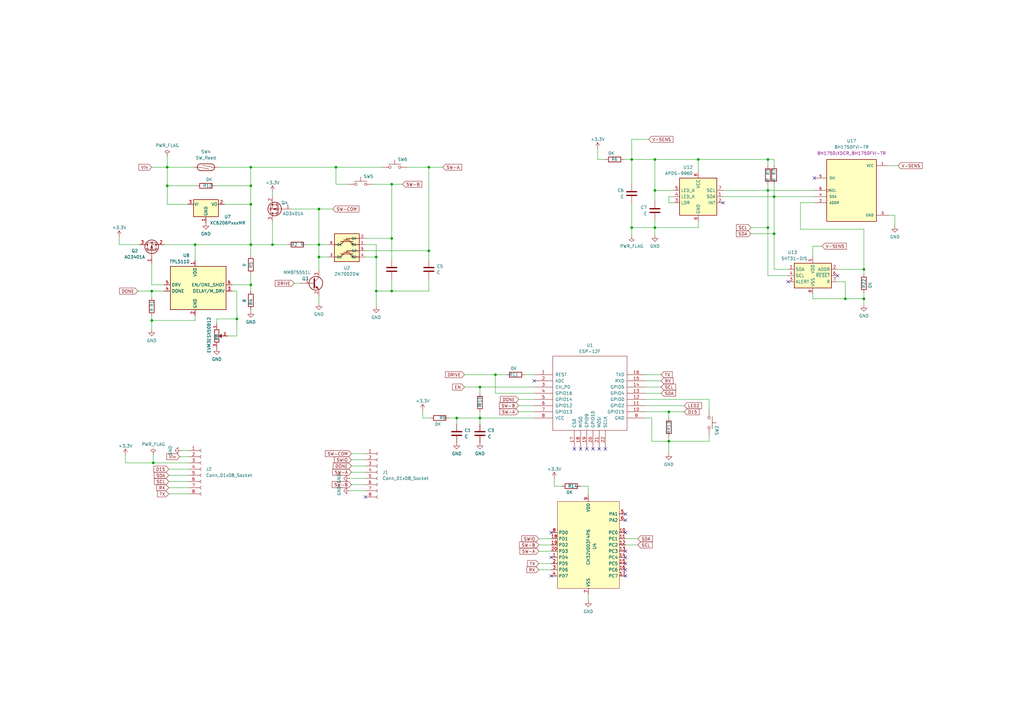
<source format=kicad_sch>
(kicad_sch (version 20230121) (generator eeschema)
  (paper "A3")
  (lib_symbols
    (symbol "2n7002:2N7002DW" (pin_names (offset 1.016))
      (property "Reference" "U" (at 0 0 0))
      (property "Value" "2N7002DW" (at 0 0 0))
      (symbol "2N7002DW_0_0"
        (rectangle (start -5.08 -4.445) (end 5.08 6.985) (stroke (width 0.254)) (fill (type background)))
        (polyline (pts (xy -2.54 -2.54) (xy -5.08 -2.54)) (stroke (width 0.254)))
        (polyline (pts (xy -2.54 -2.54) (xy -2.54 -1.905)) (stroke (width 0.254)))
        (polyline (pts (xy -2.54 -2.54) (xy -1.905 -2.54)) (stroke (width 0.254)))
        (polyline (pts (xy -2.54 -1.27) (xy -1.27 -1.27)) (stroke (width 0.254)))
        (polyline (pts (xy -2.54 2.54) (xy -5.08 2.54)) (stroke (width 0.254)))
        (polyline (pts (xy -2.54 2.54) (xy -2.54 3.175)) (stroke (width 0.254)))
        (polyline (pts (xy -2.54 2.54) (xy -1.905 2.54)) (stroke (width 0.254)))
        (polyline (pts (xy -1.27 -1.27) (xy -2.54 -2.54)) (stroke (width 0.254)))
        (polyline (pts (xy -1.27 -1.27) (xy 1.27 -1.27)) (stroke (width 0.254)))
        (polyline (pts (xy -1.27 -0.635) (xy 0 -0.635)) (stroke (width 0.254)))
        (polyline (pts (xy -1.27 3.81) (xy -2.54 2.54)) (stroke (width 0.254)))
        (polyline (pts (xy -1.27 3.81) (xy -2.54 3.81)) (stroke (width 0.254)))
        (polyline (pts (xy -1.27 4.445) (xy 0 4.445)) (stroke (width 0.254)))
        (polyline (pts (xy 0 -0.635) (xy 0 0)) (stroke (width 0.254)))
        (polyline (pts (xy 0 -0.635) (xy 1.27 -0.635)) (stroke (width 0.254)))
        (polyline (pts (xy 0 0) (xy -5.08 0)) (stroke (width 0.254)))
        (polyline (pts (xy 0 4.445) (xy 0 5.08)) (stroke (width 0.254)))
        (polyline (pts (xy 0 4.445) (xy 1.27 4.445)) (stroke (width 0.254)))
        (polyline (pts (xy 0 5.08) (xy -5.08 5.08)) (stroke (width 0.254)))
        (polyline (pts (xy 1.27 -1.27) (xy 2.54 -2.54)) (stroke (width 0.254)))
        (polyline (pts (xy 1.27 -1.27) (xy 2.54 -1.27)) (stroke (width 0.254)))
        (polyline (pts (xy 1.27 3.81) (xy -1.27 3.81)) (stroke (width 0.254)))
        (polyline (pts (xy 1.27 3.81) (xy 2.54 2.54)) (stroke (width 0.254)))
        (polyline (pts (xy 2.54 -2.54) (xy 5.08 -2.54)) (stroke (width 0.254)))
        (polyline (pts (xy 2.54 2.54) (xy 5.08 2.54)) (stroke (width 0.254)))
        (polyline (pts (xy 2.54 3.81) (xy 1.27 3.81)) (stroke (width 0.254)))
        (pin bidirectional line (at -7.62 2.54 0) (length 2.54) (name "S1") (number "1"))
        (pin bidirectional line (at -7.62 5.08 0) (length 2.54) (name "G1") (number "2"))
        (pin bidirectional line (at 7.62 -2.54 180) (length 2.54) (name "D2") (number "3"))
        (pin bidirectional line (at -7.62 -2.54 0) (length 2.54) (name "S2") (number "4"))
        (pin bidirectional line (at -7.62 0 0) (length 2.54) (name "G2") (number "5"))
        (pin bidirectional line (at 7.62 2.54 180) (length 2.54) (name "D1") (number "6"))
      )
    )
    (symbol "BH1750FVI-TR:BH1750FVI-TR" (pin_names (offset 1.016))
      (property "Reference" "U" (at -10.1737 13.462 0))
      (property "Value" "BH1750FVI-TR" (at -9.922 -15.24 0))
      (property "Footprint" "BH1750FVI-TR:XDCR_BH1750FVI-TR" (at 0 0 0))
      (symbol "BH1750FVI-TR_0_0"
        (rectangle (start -10.16 12.7) (end 10.16 -12.7) (stroke (width 0.254)) (fill (type background)))
        (pin power_in line (at 15.24 10.16 180) (length 5.08) (name "VCC") (number "1"))
        (pin input line (at -15.24 -5.08 0) (length 5.08) (name "ADDR") (number "2"))
        (pin power_in line (at 15.24 -10.16 180) (length 5.08) (name "GND") (number "3"))
        (pin bidirectional line (at -15.24 -2.54 0) (length 5.08) (name "SDA") (number "4"))
        (pin input line (at -15.24 5.08 0) (length 5.08) (name "DVI") (number "5"))
        (pin input clock (at -15.24 0 0) (length 5.08) (name "SCL") (number "6"))
      )
    )
    (symbol "Connector:Conn_01x08_Socket" (pin_names (offset 1.016) hide)
      (property "Reference" "J" (at 0 10.16 0))
      (property "Value" "Conn_01x08_Socket" (at 0 -12.7 0))
      (symbol "Conn_01x08_Socket_1_1"
        (arc (start 0 -9.652) (mid -0.5058 -10.16) (end 0 -10.668) (stroke (width 0.1524)))
        (arc (start 0 -7.112) (mid -0.5058 -7.62) (end 0 -8.128) (stroke (width 0.1524)))
        (arc (start 0 -4.572) (mid -0.5058 -5.08) (end 0 -5.588) (stroke (width 0.1524)))
        (arc (start 0 -2.032) (mid -0.5058 -2.54) (end 0 -3.048) (stroke (width 0.1524)))
        (polyline (pts (xy -1.27 -10.16) (xy -0.508 -10.16)) (stroke (width 0.1524)))
        (polyline (pts (xy -1.27 -7.62) (xy -0.508 -7.62)) (stroke (width 0.1524)))
        (polyline (pts (xy -1.27 -5.08) (xy -0.508 -5.08)) (stroke (width 0.1524)))
        (polyline (pts (xy -1.27 -2.54) (xy -0.508 -2.54)) (stroke (width 0.1524)))
        (polyline (pts (xy -1.27 0) (xy -0.508 0)) (stroke (width 0.1524)))
        (polyline (pts (xy -1.27 2.54) (xy -0.508 2.54)) (stroke (width 0.1524)))
        (polyline (pts (xy -1.27 5.08) (xy -0.508 5.08)) (stroke (width 0.1524)))
        (polyline (pts (xy -1.27 7.62) (xy -0.508 7.62)) (stroke (width 0.1524)))
        (arc (start 0 0.508) (mid -0.5058 0) (end 0 -0.508) (stroke (width 0.1524)))
        (arc (start 0 3.048) (mid -0.5058 2.54) (end 0 2.032) (stroke (width 0.1524)))
        (arc (start 0 5.588) (mid -0.5058 5.08) (end 0 4.572) (stroke (width 0.1524)))
        (arc (start 0 8.128) (mid -0.5058 7.62) (end 0 7.112) (stroke (width 0.1524)))
        (pin passive line (at -5.08 7.62 0) (length 3.81) (name "Pin_1") (number "1"))
        (pin passive line (at -5.08 5.08 0) (length 3.81) (name "Pin_2") (number "2"))
        (pin passive line (at -5.08 2.54 0) (length 3.81) (name "Pin_3") (number "3"))
        (pin passive line (at -5.08 0 0) (length 3.81) (name "Pin_4") (number "4"))
        (pin passive line (at -5.08 -2.54 0) (length 3.81) (name "Pin_5") (number "5"))
        (pin passive line (at -5.08 -5.08 0) (length 3.81) (name "Pin_6") (number "6"))
        (pin passive line (at -5.08 -7.62 0) (length 3.81) (name "Pin_7") (number "7"))
        (pin passive line (at -5.08 -10.16 0) (length 3.81) (name "Pin_8") (number "8"))
      )
    )
    (symbol "Device:C" (pin_numbers hide) (pin_names (offset 0.254))
      (property "Reference" "C" (at 0.635 2.54 0))
      (property "Value" "C" (at 0.635 -2.54 0))
      (symbol "C_0_1"
        (polyline (pts (xy -2.032 -0.762) (xy 2.032 -0.762)) (stroke (width 0.508)))
        (polyline (pts (xy -2.032 0.762) (xy 2.032 0.762)) (stroke (width 0.508)))
      )
      (symbol "C_1_1"
        (pin passive line (at 0 3.81 270) (length 2.794) (name "~") (number "1"))
        (pin passive line (at 0 -3.81 90) (length 2.794) (name "~") (number "2"))
      )
    )
    (symbol "Device:R" (pin_numbers hide) (pin_names (offset 0))
      (property "Reference" "R" (at 2.032 0 90))
      (property "Value" "R" (at 0 0 90))
      (symbol "R_0_1"
        (rectangle (start -1.016 -2.54) (end 1.016 2.54) (stroke (width 0.254)))
      )
      (symbol "R_1_1"
        (pin passive line (at 0 3.81 270) (length 1.27) (name "~") (number "1"))
        (pin passive line (at 0 -3.81 90) (length 1.27) (name "~") (number "2"))
      )
    )
    (symbol "ESP8266:ESP-12F" (pin_names (offset 1.016))
      (property "Reference" "U2" (at 0 19.685 0))
      (property "Value" "ESP-12F" (at 0 17.145 0))
      (symbol "ESP-12F_1_0"
        (rectangle (start -15.24 -15.24) (end 15.24 15.24))
      )
      (symbol "ESP-12F_1_1"
        (pin input line (at -22.86 7.62 0) (length 7.62) (name "REST") (number "1"))
        (pin bidirectional line (at 22.86 -7.62 180) (length 7.62) (name "GPIO15") (number "10"))
        (pin bidirectional line (at 22.86 -5.08 180) (length 7.62) (name "GPIO2") (number "11"))
        (pin bidirectional line (at 22.86 -2.54 180) (length 7.62) (name "GPIO0") (number "12"))
        (pin bidirectional line (at 22.86 0 180) (length 7.62) (name "GPIO4") (number "13"))
        (pin bidirectional line (at 22.86 2.54 180) (length 7.62) (name "GPIO5") (number "14"))
        (pin input line (at 22.86 5.08 180) (length 7.62) (name "RXD") (number "15"))
        (pin output line (at 22.86 7.62 180) (length 7.62) (name "TXD") (number "16"))
        (pin bidirectional line (at -6.35 -22.86 90) (length 7.62) (name "CS0") (number "17"))
        (pin bidirectional line (at -3.81 -22.86 90) (length 7.62) (name "MISO") (number "18"))
        (pin bidirectional line (at -1.27 -22.86 90) (length 7.62) (name "GPIO9") (number "19"))
        (pin passive line (at -22.86 5.08 0) (length 7.62) (name "ADC") (number "2"))
        (pin bidirectional line (at 1.27 -22.86 90) (length 7.62) (name "GPIO10") (number "20"))
        (pin bidirectional line (at 3.81 -22.86 90) (length 7.62) (name "MOSI") (number "21"))
        (pin bidirectional line (at 6.35 -22.86 90) (length 7.62) (name "SCLK") (number "22"))
        (pin input line (at -22.86 2.54 0) (length 7.62) (name "CH_PD") (number "3"))
        (pin bidirectional line (at -22.86 0 0) (length 7.62) (name "GPIO16") (number "4"))
        (pin bidirectional line (at -22.86 -2.54 0) (length 7.62) (name "GPIO14") (number "5"))
        (pin bidirectional line (at -22.86 -5.08 0) (length 7.62) (name "GPIO12") (number "6"))
        (pin bidirectional line (at -22.86 -7.62 0) (length 7.62) (name "GPIO13") (number "7"))
        (pin bidirectional line (at -22.86 -10.16 0) (length 7.62) (name "VCC") (number "8"))
        (pin bidirectional line (at 22.86 -10.16 180) (length 7.62) (name "GND") (number "9"))
      )
    )
    (symbol "EVM3ESX50B:EVM3ESX50B12" (pin_names (offset 1.016))
      (property "Reference" "R" (at 1.0173 1.2716 0))
      (property "Value" "EVM3ESX50B12" (at 1.0177 -1.2721 0))
      (symbol "EVM3ESX50B12_0_0"
        (polyline (pts (xy -2.54 -0.889) (xy 2.54 -0.889)) (stroke (width 0.254)))
        (polyline (pts (xy -2.54 0.889) (xy -2.54 -0.889)) (stroke (width 0.254)))
        (polyline (pts (xy -0.762 1.905) (xy 0.762 1.905)) (stroke (width 0.1524)))
        (polyline (pts (xy 0 1.143) (xy -0.762 1.905)) (stroke (width 0.1524)))
        (polyline (pts (xy 0 1.143) (xy 0.762 1.905)) (stroke (width 0.1524)))
        (polyline (pts (xy 2.54 -0.889) (xy 2.54 0.889)) (stroke (width 0.254)))
        (polyline (pts (xy 2.54 0.889) (xy -2.54 0.889)) (stroke (width 0.254)))
        (polyline (pts (xy -0.762 1.905) (xy 0 1.143) (xy 0.762 1.905) (xy -0.762 1.905)) (stroke (width 0.1524)) (fill (type outline)))
        (pin passive line (at -5.08 0 0) (length 2.54) (name "~") (number "1"))
        (pin passive line (at 0 4.572 270) (length 2.54) (name "~") (number "2"))
        (pin passive line (at 5.08 0 180) (length 2.54) (name "~") (number "3"))
      )
    )
    (symbol "Regulator_Linear:XC6206PxxxMR" (pin_names (offset 0.254))
      (property "Reference" "U" (at -3.81 3.175 0))
      (property "Value" "XC6206PxxxMR" (at 0 3.175 0))
      (symbol "XC6206PxxxMR_0_1"
        (rectangle (start -5.08 1.905) (end 5.08 -5.08) (stroke (width 0.254)) (fill (type background)))
      )
      (symbol "XC6206PxxxMR_1_1"
        (pin power_in line (at 0 -7.62 90) (length 2.54) (name "GND") (number "1"))
        (pin power_out line (at 7.62 0 180) (length 2.54) (name "VO") (number "2"))
        (pin power_in line (at -7.62 0 0) (length 2.54) (name "VI") (number "3"))
      )
    )
    (symbol "Sensor:APDS-9960"
      (property "Reference" "U" (at -5.08 8.89 0))
      (property "Value" "APDS-9960" (at 6.35 8.89 0))
      (symbol "APDS-9960_0_1"
        (rectangle (start -7.62 7.62) (end 7.62 -7.62) (stroke (width 0.254)) (fill (type background)))
      )
      (symbol "APDS-9960_1_1"
        (pin bidirectional line (at -10.16 0 0) (length 2.54) (name "SDA") (number "1"))
        (pin open_collector line (at -10.16 -2.54 0) (length 2.54) (name "INT") (number "2"))
        (pin passive line (at 10.16 -2.54 180) (length 2.54) (name "LDR") (number "3"))
        (pin passive line (at 10.16 0 180) (length 2.54) (name "LED_K") (number "4"))
        (pin passive line (at 10.16 2.54 180) (length 2.54) (name "LED_A") (number "5"))
        (pin power_in line (at 0 -10.16 90) (length 2.54) (name "GND") (number "6"))
        (pin input line (at -10.16 2.54 0) (length 2.54) (name "SCL") (number "7"))
        (pin power_in line (at 0 10.16 270) (length 2.54) (name "VCC") (number "8"))
      )
    )
    (symbol "Sensor_Humidity:SHT31-DIS"
      (property "Reference" "U" (at -6.35 6.35 0))
      (property "Value" "SHT31-DIS" (at 6.35 6.35 0))
      (symbol "SHT31-DIS_0_1"
        (rectangle (start -7.62 5.08) (end 7.62 -5.08) (stroke (width 0.254)) (fill (type background)))
      )
      (symbol "SHT31-DIS_1_1"
        (pin bidirectional line (at 10.16 2.54 180) (length 2.54) (name "SDA") (number "1"))
        (pin input line (at -10.16 2.54 0) (length 2.54) (name "ADDR") (number "2"))
        (pin output line (at 10.16 -2.54 180) (length 2.54) (name "ALERT") (number "3"))
        (pin input line (at 10.16 0 180) (length 2.54) (name "SCL") (number "4"))
        (pin power_in line (at 0 7.62 270) (length 2.54) (name "VDD") (number "5"))
        (pin input line (at -10.16 0 0) (length 2.54) (name "~{RESET}") (number "6"))
        (pin passive line (at -10.16 -2.54 0) (length 2.54) (name "R") (number "7"))
        (pin power_in line (at 0 -7.62 90) (length 2.54) (name "VSS") (number "8"))
        (pin passive line (at 0 -7.62 90) (length 2.54) hide (name "VSS") (number "9"))
      )
    )
    (symbol "Switch:SW_Push" (pin_numbers hide) (pin_names (offset 1.016) hide)
      (property "Reference" "SW" (at 1.27 2.54 0))
      (property "Value" "SW_Push" (at 0 -1.524 0))
      (symbol "SW_Push_0_1"
        (circle (center -2.032 0) (radius 0.508))
        (polyline (pts (xy 0 1.27) (xy 0 3.048)))
        (polyline (pts (xy 2.54 1.27) (xy -2.54 1.27)))
        (circle (center 2.032 0) (radius 0.508))
        (pin passive line (at -5.08 0 0) (length 2.54) (name "1") (number "1"))
        (pin passive line (at 5.08 0 180) (length 2.54) (name "2") (number "2"))
      )
    )
    (symbol "Switch:SW_Reed" (pin_numbers hide) (pin_names (offset 0) hide)
      (property "Reference" "SW" (at 0 2.54 0))
      (property "Value" "SW_Reed" (at 0 -2.54 0))
      (symbol "SW_Reed_0_0"
        (arc (start -2.159 1.397) (mid -3.55 0) (end -2.159 -1.397) (stroke (width 0.254)))
        (polyline (pts (xy -2.54 0) (xy 1.27 0.762)))
        (polyline (pts (xy -2.159 -1.397) (xy 2.286 -1.397)) (stroke (width 0.254)))
        (polyline (pts (xy 2.159 1.397) (xy -2.159 1.397)) (stroke (width 0.254)))
        (polyline (pts (xy 2.54 0) (xy -1.27 -0.762)))
        (arc (start 2.159 -1.397) (mid 3.55 0) (end 2.159 1.397) (stroke (width 0.254)))
      )
      (symbol "SW_Reed_1_1"
        (pin passive line (at -5.08 0 0) (length 2.54) (name "1") (number "1"))
        (pin passive line (at 5.08 0 180) (length 2.54) (name "2") (number "2"))
      )
    )
    (symbol "Timer:TPL5110"
      (property "Reference" "U8" (at 2.1941 12.065 0))
      (property "Value" "TPL5110" (at 2.1941 9.525 0))
      (symbol "TPL5110_0_1"
        (rectangle (start -12.7 7.62) (end 10.16 -10.16) (stroke (width 0.254)) (fill (type background)))
      )
      (symbol "TPL5110_1_1"
        (pin bidirectional line (at 0 10.16 270) (length 2.54) (name "VDD") (number "1"))
        (pin power_in line (at 0 -12.7 90) (length 2.54) (name "GND") (number "2"))
        (pin input line (at -15.24 -2.54 0) (length 2.54) (name "DELAY/M_DRV") (number "3"))
        (pin input line (at 12.7 -2.54 180) (length 2.54) (name "DONE") (number "4"))
        (pin output line (at 12.7 0 180) (length 2.54) (name "DRV") (number "5"))
        (pin input line (at -15.24 0 0) (length 2.54) (name "EN/ONE_SHOT") (number "6"))
      )
    )
    (symbol "Transistor_BJT:MMBT5551L" (pin_names (offset 0) hide)
      (property "Reference" "Q" (at 5.08 1.905 0))
      (property "Value" "MMBT5551L" (at 5.08 0 0))
      (symbol "MMBT5551L_0_1"
        (polyline (pts (xy 0.635 0.635) (xy 2.54 2.54)))
        (polyline (pts (xy 0.635 -0.635) (xy 2.54 -2.54) (xy 2.54 -2.54)))
        (polyline (pts (xy 0.635 1.905) (xy 0.635 -1.905) (xy 0.635 -1.905)) (stroke (width 0.508)))
        (polyline (pts (xy 1.27 -1.778) (xy 1.778 -1.27) (xy 2.286 -2.286) (xy 1.27 -1.778) (xy 1.27 -1.778)) (fill (type outline)))
        (circle (center 1.27 0) (radius 2.8194) (stroke (width 0.254)))
      )
      (symbol "MMBT5551L_1_1"
        (pin input line (at -5.08 0 0) (length 5.715) (name "B") (number "1"))
        (pin passive line (at 2.54 -5.08 90) (length 2.54) (name "E") (number "2"))
        (pin passive line (at 2.54 5.08 270) (length 2.54) (name "C") (number "3"))
      )
    )
    (symbol "Transistor_FET:AO3401A" (pin_names hide)
      (property "Reference" "Q" (at 5.08 1.905 0))
      (property "Value" "AO3401A" (at 5.08 0 0))
      (symbol "AO3401A_0_1"
        (polyline (pts (xy 0.254 0) (xy -2.54 0)))
        (polyline (pts (xy 0.254 1.905) (xy 0.254 -1.905)) (stroke (width 0.254)))
        (polyline (pts (xy 0.762 -1.27) (xy 0.762 -2.286)) (stroke (width 0.254)))
        (polyline (pts (xy 0.762 0.508) (xy 0.762 -0.508)) (stroke (width 0.254)))
        (polyline (pts (xy 0.762 2.286) (xy 0.762 1.27)) (stroke (width 0.254)))
        (polyline (pts (xy 2.54 2.54) (xy 2.54 1.778)))
        (polyline (pts (xy 2.54 -2.54) (xy 2.54 0) (xy 0.762 0)))
        (polyline (pts (xy 0.762 1.778) (xy 3.302 1.778) (xy 3.302 -1.778) (xy 0.762 -1.778)))
        (polyline (pts (xy 2.286 0) (xy 1.27 0.381) (xy 1.27 -0.381) (xy 2.286 0)) (fill (type outline)))
        (polyline (pts (xy 2.794 -0.508) (xy 2.921 -0.381) (xy 3.683 -0.381) (xy 3.81 -0.254)))
        (polyline (pts (xy 3.302 -0.381) (xy 2.921 0.254) (xy 3.683 0.254) (xy 3.302 -0.381)))
        (circle (center 1.651 0) (radius 2.794) (stroke (width 0.254)))
        (circle (center 2.54 -1.778) (radius 0.254) (fill (type outline)))
        (circle (center 2.54 1.778) (radius 0.254) (fill (type outline)))
      )
      (symbol "AO3401A_1_1"
        (pin input line (at -5.08 0 0) (length 2.54) (name "G") (number "1"))
        (pin passive line (at 2.54 -5.08 90) (length 2.54) (name "S") (number "2"))
        (pin passive line (at 2.54 5.08 270) (length 2.54) (name "D") (number "3"))
      )
    )
    (symbol "power:+3.3V" (power) (pin_names (offset 0))
      (property "Value" "+3.3V" (at 0 3.556 0))
      (symbol "+3.3V_0_1"
        (polyline (pts (xy -0.762 1.27) (xy 0 2.54)))
        (polyline (pts (xy 0 0) (xy 0 2.54)))
        (polyline (pts (xy 0 2.54) (xy 0.762 1.27)))
      )
      (symbol "+3.3V_1_1"
        (pin power_in line (at 0 0 90) (length 0) hide (name "+3.3V") (number "1"))
      )
    )
    (symbol "power:GND" (power) (pin_names (offset 0))
      (property "Value" "GND" (at 0 -3.81 0))
      (symbol "GND_0_1"
        (polyline (pts (xy 0 0) (xy 0 -1.27) (xy 1.27 -1.27) (xy 0 -2.54) (xy -1.27 -1.27) (xy 0 -1.27)))
      )
      (symbol "GND_1_1"
        (pin power_in line (at 0 0 270) (length 0) hide (name "GND") (number "1"))
      )
    )
    (symbol "power:PWR_FLAG" (power) (pin_numbers hide) (pin_names (offset 0) hide)
      (property "Value" "PWR_FLAG" (at 0 3.81 0))
      (symbol "PWR_FLAG_0_0"
        (pin power_out line (at 0 0 90) (length 0) (name "pwr") (number "1"))
      )
      (symbol "PWR_FLAG_0_1"
        (polyline (pts (xy 0 0) (xy 0 1.27) (xy -1.016 1.905) (xy 0 2.54) (xy 1.016 1.905) (xy 0 1.27)))
      )
    )
    (symbol "wch-mcu:CH32V003F4P6"
      (property "Reference" "U" (at -12.7 19.05 0))
      (property "Value" "CH32V003F4P6" (at 1.27 19.05 0))
      (symbol "CH32V003F4P6_0_1"
        (rectangle (start -12.7 17.78) (end 12.7 -17.78) (stroke (width 0.1524)) (fill (type background)))
      )
      (symbol "CH32V003F4P6_1_0"
        (pin bidirectional line (at 15.24 -10.16 180) (length 2.54) (name "PC6") (number "16"))
        (pin bidirectional line (at 15.24 -12.7 180) (length 2.54) (name "PC7") (number "17"))
        (pin bidirectional line (at -15.24 2.54 0) (length 2.54) (name "PD1") (number "18"))
        (pin bidirectional line (at -15.24 0 0) (length 2.54) (name "PD2") (number "19"))
        (pin bidirectional line (at -15.24 -2.54 0) (length 2.54) (name "PD3") (number "20"))
      )
      (symbol "CH32V003F4P6_1_1"
        (pin bidirectional line (at -15.24 -5.08 0) (length 2.54) (name "PD4") (number "1"))
        (pin bidirectional line (at 15.24 5.08 180) (length 2.54) (name "PC0") (number "10"))
        (pin bidirectional line (at 15.24 2.54 180) (length 2.54) (name "PC1") (number "11"))
        (pin bidirectional line (at 15.24 0 180) (length 2.54) (name "PC2") (number "12"))
        (pin bidirectional line (at 15.24 -2.54 180) (length 2.54) (name "PC3") (number "13"))
        (pin bidirectional line (at 15.24 -5.08 180) (length 2.54) (name "PC4") (number "14"))
        (pin bidirectional line (at 15.24 -7.62 180) (length 2.54) (name "PC5") (number "15"))
        (pin bidirectional line (at -15.24 -7.62 0) (length 2.54) (name "PD5") (number "2"))
        (pin bidirectional line (at -15.24 -10.16 0) (length 2.54) (name "PD6") (number "3"))
        (pin bidirectional line (at -15.24 -12.7 0) (length 2.54) (name "PD7") (number "4"))
        (pin bidirectional line (at 15.24 12.7 180) (length 2.54) (name "PA1") (number "5"))
        (pin bidirectional line (at 15.24 10.16 180) (length 2.54) (name "PA2") (number "6"))
        (pin bidirectional line (at 0 -20.32 90) (length 2.54) (name "VSS") (number "7"))
        (pin bidirectional line (at -15.24 5.08 0) (length 2.54) (name "PD0") (number "8"))
        (pin bidirectional line (at 0 20.32 270) (length 2.54) (name "VDD") (number "9"))
      )
    )
  )
  (junction (at 268.605 78.105))
  (junction (at 160.655 97.79))
  (junction (at 314.96 93.345))
  (junction (at 286.385 65.405))
  (junction (at 102.87 116.84))
  (junction (at 274.32 180.975))
  (junction (at 314.96 78.105))
  (junction (at 314.96 65.405))
  (junction (at 154.305 105.41))
  (junction (at 354.33 110.49))
  (junction (at 102.87 83.82))
  (junction (at 259.08 93.345))
  (junction (at 154.305 119.38))
  (junction (at 137.795 68.58))
  (junction (at 317.5 80.645))
  (junction (at 68.58 76.2))
  (junction (at 196.85 171.45))
  (junction (at 130.81 105.41))
  (junction (at 97.155 130.81))
  (junction (at 62.23 131.445))
  (junction (at 203.2 153.67))
  (junction (at 268.605 93.345))
  (junction (at 130.81 100.33))
  (junction (at 268.605 65.405))
  (junction (at 62.23 119.38))
  (junction (at 160.655 75.565))
  (junction (at 62.865 189.865))
  (junction (at 175.895 68.58))
  (junction (at 317.5 95.885))
  (junction (at 196.85 158.75))
  (junction (at 187.325 171.45))
  (junction (at 175.895 102.87))
  (junction (at 274.32 168.91))
  (junction (at 111.76 100.33))
  (junction (at 346.71 122.555))
  (junction (at 354.33 122.555))
  (junction (at 259.08 65.405))
  (junction (at 102.87 100.33))
  (junction (at 102.87 68.58))
  (junction (at 68.58 68.58))
  (junction (at 130.81 85.725))
  (junction (at 160.655 119.38))
  (junction (at 80.01 100.33))
  (junction (at 102.87 76.2))
  (no_connect (at 323.215 115.57))
  (no_connect (at 256.54 213.36))
  (no_connect (at 256.54 236.22))
  (no_connect (at 240.665 184.15))
  (no_connect (at 243.205 184.15))
  (no_connect (at 149.86 203.835))
  (no_connect (at 256.54 226.06))
  (no_connect (at 296.545 83.185))
  (no_connect (at 256.54 218.44))
  (no_connect (at 248.285 184.15))
  (no_connect (at 256.54 233.68))
  (no_connect (at 226.06 228.6))
  (no_connect (at 256.54 210.82))
  (no_connect (at 343.535 113.03))
  (no_connect (at 334.01 73.025))
  (no_connect (at 235.585 184.15))
  (no_connect (at 238.125 184.15))
  (no_connect (at 256.54 231.14))
  (no_connect (at 256.54 228.6))
  (no_connect (at 226.06 218.44))
  (no_connect (at 219.075 156.21))
  (no_connect (at 226.06 236.22))
  (no_connect (at 245.745 184.15))
  (wire (pts (xy 51.435 186.69) (xy 51.435 189.865)))
  (wire (pts (xy 226.06 220.98) (xy 220.98 220.98)))
  (wire (pts (xy 256.54 220.98) (xy 261.62 220.98)))
  (wire (pts (xy 167.005 68.58) (xy 175.895 68.58)))
  (wire (pts (xy 337.185 100.965) (xy 333.375 100.965)))
  (wire (pts (xy 264.795 153.67) (xy 271.145 153.67)))
  (wire (pts (xy 276.225 83.185) (xy 274.32 83.185)))
  (wire (pts (xy 187.325 171.45) (xy 196.85 171.45)) (stroke (width 0) (color 0 132 0 1)))
  (wire (pts (xy 256.54 223.52) (xy 261.62 223.52)))
  (wire (pts (xy 290.83 168.275) (xy 290.83 163.83)))
  (wire (pts (xy 274.32 80.645) (xy 276.225 80.645)))
  (wire (pts (xy 314.96 78.105) (xy 314.96 93.345)))
  (wire (pts (xy 102.87 127) (xy 102.87 127.635)))
  (wire (pts (xy 354.33 112.395) (xy 354.33 110.49)))
  (wire (pts (xy 190.5 158.75) (xy 196.85 158.75)) (stroke (width 0) (color 0 132 0 1)))
  (wire (pts (xy 69.215 197.485) (xy 77.47 197.485)))
  (wire (pts (xy 102.87 100.33) (xy 80.01 100.33)))
  (wire (pts (xy 111.76 100.33) (xy 118.11 100.33)))
  (wire (pts (xy 264.795 156.21) (xy 271.145 156.21)))
  (wire (pts (xy 62.23 116.84) (xy 62.23 107.95)))
  (wire (pts (xy 274.32 83.185) (xy 274.32 80.645)))
  (wire (pts (xy 290.83 178.435) (xy 290.83 180.975)))
  (wire (pts (xy 268.605 78.105) (xy 268.605 82.55)))
  (wire (pts (xy 77.47 192.405) (xy 69.215 192.405)))
  (wire (pts (xy 74.295 184.785) (xy 77.47 184.785)))
  (wire (pts (xy 149.86 100.33) (xy 154.305 100.33)))
  (wire (pts (xy 296.545 80.645) (xy 317.5 80.645)))
  (wire (pts (xy 317.5 67.945) (xy 317.5 65.405)))
  (wire (pts (xy 130.81 121.285) (xy 130.81 124.46)))
  (wire (pts (xy 149.86 198.755) (xy 144.145 198.755)))
  (wire (pts (xy 130.81 100.33) (xy 130.81 105.41)))
  (wire (pts (xy 364.49 88.265) (xy 367.03 88.265)))
  (wire (pts (xy 238.125 199.39) (xy 241.3 199.39)))
  (wire (pts (xy 286.385 90.805) (xy 286.385 93.345)))
  (wire (pts (xy 268.605 96.52) (xy 268.605 93.345)))
  (wire (pts (xy 80.01 131.445) (xy 62.23 131.445)))
  (wire (pts (xy 196.85 171.45) (xy 196.85 173.99)))
  (wire (pts (xy 160.655 119.38) (xy 175.895 119.38)))
  (wire (pts (xy 354.33 122.555) (xy 354.33 125.095)))
  (wire (pts (xy 314.96 93.345) (xy 314.96 113.03)))
  (wire (pts (xy 67.31 116.84) (xy 62.23 116.84)))
  (wire (pts (xy 68.58 76.2) (xy 80.645 76.2)))
  (wire (pts (xy 80.01 100.33) (xy 67.31 100.33)))
  (wire (pts (xy 130.81 85.725) (xy 136.525 85.725)))
  (wire (pts (xy 68.58 68.58) (xy 79.375 68.58)))
  (wire (pts (xy 102.87 68.58) (xy 137.795 68.58)))
  (wire (pts (xy 354.33 122.555) (xy 346.71 122.555)))
  (wire (pts (xy 160.655 114.3) (xy 160.655 119.38)))
  (wire (pts (xy 97.155 119.38) (xy 97.155 130.81)))
  (wire (pts (xy 274.32 180.975) (xy 274.32 186.055)))
  (wire (pts (xy 62.865 189.865) (xy 77.47 189.865)))
  (wire (pts (xy 48.895 97.155) (xy 48.895 100.33)))
  (wire (pts (xy 196.85 171.45) (xy 219.075 171.45)) (stroke (width 0) (color 0 132 0 1)))
  (wire (pts (xy 142.875 75.565) (xy 137.795 75.565)))
  (wire (pts (xy 62.23 129.54) (xy 62.23 131.445)))
  (wire (pts (xy 334.01 83.185) (xy 328.295 83.185)))
  (wire (pts (xy 266.065 57.15) (xy 259.08 57.15)))
  (wire (pts (xy 323.215 110.49) (xy 317.5 110.49)))
  (wire (pts (xy 149.86 102.87) (xy 175.895 102.87)))
  (wire (pts (xy 314.96 65.405) (xy 286.385 65.405)))
  (wire (pts (xy 317.5 95.885) (xy 317.5 110.49)))
  (wire (pts (xy 343.535 115.57) (xy 346.71 115.57)))
  (wire (pts (xy 102.87 76.2) (xy 102.87 83.82)))
  (wire (pts (xy 259.08 65.405) (xy 259.08 75.565)))
  (wire (pts (xy 190.5 153.67) (xy 203.2 153.67)))
  (wire (pts (xy 143.51 201.295) (xy 149.86 201.295)))
  (wire (pts (xy 367.03 88.265) (xy 367.03 92.71)))
  (wire (pts (xy 328.295 83.185) (xy 328.295 93.98)))
  (wire (pts (xy 286.385 65.405) (xy 268.605 65.405)))
  (wire (pts (xy 73.66 187.325) (xy 77.47 187.325)))
  (wire (pts (xy 307.975 93.345) (xy 314.96 93.345)))
  (wire (pts (xy 333.375 100.965) (xy 333.375 105.41)))
  (wire (pts (xy 154.305 100.33) (xy 154.305 105.41)))
  (wire (pts (xy 215.265 153.67) (xy 219.075 153.67)))
  (wire (pts (xy 93.472 137.795) (xy 97.155 137.795)))
  (wire (pts (xy 176.53 171.45) (xy 173.355 171.45)))
  (wire (pts (xy 354.33 110.49) (xy 343.535 110.49)))
  (wire (pts (xy 125.73 100.33) (xy 130.81 100.33)))
  (wire (pts (xy 268.605 90.17) (xy 268.605 93.345)))
  (wire (pts (xy 111.76 90.805) (xy 111.76 100.33)))
  (wire (pts (xy 102.87 112.395) (xy 102.87 116.84)))
  (wire (pts (xy 62.23 119.38) (xy 62.23 121.92)))
  (wire (pts (xy 314.96 78.105) (xy 334.01 78.105)))
  (wire (pts (xy 307.975 95.885) (xy 317.5 95.885)))
  (wire (pts (xy 149.86 188.595) (xy 144.145 188.595)))
  (wire (pts (xy 160.655 97.79) (xy 160.655 106.68)))
  (wire (pts (xy 259.08 93.345) (xy 259.08 96.52)))
  (wire (pts (xy 274.32 168.91) (xy 274.32 171.45)))
  (wire (pts (xy 95.25 116.84) (xy 102.87 116.84)))
  (wire (pts (xy 154.305 119.38) (xy 160.655 119.38)))
  (wire (pts (xy 268.605 65.405) (xy 259.08 65.405)))
  (wire (pts (xy 264.795 158.75) (xy 271.145 158.75)))
  (wire (pts (xy 296.545 78.105) (xy 314.96 78.105)))
  (wire (pts (xy 175.895 102.87) (xy 175.895 106.68)))
  (wire (pts (xy 130.81 111.125) (xy 130.81 105.41)))
  (wire (pts (xy 264.795 171.45) (xy 267.335 171.45)))
  (wire (pts (xy 154.305 105.41) (xy 149.86 105.41)))
  (wire (pts (xy 69.215 202.565) (xy 77.47 202.565)))
  (wire (pts (xy 314.96 75.565) (xy 314.96 78.105)))
  (wire (pts (xy 264.795 168.91) (xy 274.32 168.91)))
  (wire (pts (xy 354.33 120.015) (xy 354.33 122.555)))
  (wire (pts (xy 368.3 67.945) (xy 364.49 67.945)))
  (wire (pts (xy 160.655 75.565) (xy 160.655 97.79)))
  (wire (pts (xy 196.85 158.75) (xy 219.075 158.75)) (stroke (width 0) (color 0 132 0 1)))
  (wire (pts (xy 226.06 231.14) (xy 220.98 231.14)))
  (wire (pts (xy 354.33 93.98) (xy 354.33 110.49)))
  (wire (pts (xy 80.01 100.33) (xy 80.01 106.68)))
  (wire (pts (xy 149.86 186.055) (xy 144.145 186.055)))
  (wire (pts (xy 67.31 119.38) (xy 62.23 119.38)))
  (wire (pts (xy 333.375 120.65) (xy 333.375 122.555)))
  (wire (pts (xy 92.075 83.82) (xy 102.87 83.82)))
  (wire (pts (xy 226.06 233.68) (xy 220.98 233.68)))
  (wire (pts (xy 62.865 186.69) (xy 62.865 189.865)))
  (wire (pts (xy 226.06 226.06) (xy 220.98 226.06)))
  (wire (pts (xy 196.85 168.91) (xy 196.85 171.45)))
  (wire (pts (xy 268.605 93.345) (xy 259.08 93.345)))
  (wire (pts (xy 97.155 130.81) (xy 97.155 137.795)))
  (wire (pts (xy 314.96 113.03) (xy 323.215 113.03)))
  (wire (pts (xy 69.215 200.025) (xy 77.47 200.025)))
  (wire (pts (xy 317.5 80.645) (xy 334.01 80.645)))
  (wire (pts (xy 143.51 196.215) (xy 149.86 196.215)))
  (wire (pts (xy 187.325 171.45) (xy 187.325 173.99)))
  (wire (pts (xy 69.215 194.945) (xy 77.47 194.945)))
  (wire (pts (xy 111.76 78.74) (xy 111.76 80.645)))
  (wire (pts (xy 267.335 171.45) (xy 267.335 180.975)))
  (wire (pts (xy 264.795 163.83) (xy 290.83 163.83)))
  (wire (pts (xy 219.075 163.83) (xy 212.725 163.83)))
  (wire (pts (xy 317.5 80.645) (xy 317.5 95.885)))
  (wire (pts (xy 241.3 199.39) (xy 241.3 203.2)))
  (wire (pts (xy 203.2 153.67) (xy 203.2 161.29)))
  (wire (pts (xy 62.23 68.58) (xy 68.58 68.58)))
  (wire (pts (xy 119.38 85.725) (xy 130.81 85.725)))
  (wire (pts (xy 130.81 100.33) (xy 134.62 100.33)))
  (wire (pts (xy 160.655 75.565) (xy 165.1 75.565)))
  (wire (pts (xy 102.87 100.33) (xy 102.87 104.775)))
  (wire (pts (xy 153.035 75.565) (xy 160.655 75.565)))
  (wire (pts (xy 62.23 119.38) (xy 56.515 119.38)))
  (wire (pts (xy 62.23 131.445) (xy 62.23 135.255)))
  (wire (pts (xy 102.87 68.58) (xy 102.87 76.2)))
  (wire (pts (xy 88.9 132.715) (xy 88.9 130.81)))
  (wire (pts (xy 68.58 83.82) (xy 76.835 83.82)))
  (wire (pts (xy 276.225 78.105) (xy 268.605 78.105)))
  (wire (pts (xy 203.2 161.29) (xy 219.075 161.29)))
  (wire (pts (xy 274.32 168.91) (xy 280.67 168.91)))
  (wire (pts (xy 268.605 65.405) (xy 268.605 78.105)))
  (wire (pts (xy 245.11 65.405) (xy 248.285 65.405)))
  (wire (pts (xy 290.83 180.975) (xy 274.32 180.975)))
  (wire (pts (xy 274.32 180.975) (xy 267.335 180.975)))
  (wire (pts (xy 328.295 93.98) (xy 354.33 93.98)))
  (wire (pts (xy 95.25 119.38) (xy 97.155 119.38)))
  (wire (pts (xy 137.795 68.58) (xy 156.845 68.58)))
  (wire (pts (xy 346.71 122.555) (xy 333.375 122.555)))
  (wire (pts (xy 173.355 168.275) (xy 173.355 171.45)))
  (wire (pts (xy 149.86 193.675) (xy 144.145 193.675)))
  (wire (pts (xy 274.32 179.07) (xy 274.32 180.975)))
  (wire (pts (xy 264.795 166.37) (xy 280.67 166.37)))
  (wire (pts (xy 317.5 75.565) (xy 317.5 80.645)))
  (wire (pts (xy 219.075 166.37) (xy 212.725 166.37)))
  (wire (pts (xy 317.5 65.405) (xy 314.96 65.405)))
  (wire (pts (xy 286.385 65.405) (xy 286.385 70.485)))
  (wire (pts (xy 226.06 223.52) (xy 220.98 223.52)))
  (wire (pts (xy 102.87 100.33) (xy 111.76 100.33)))
  (wire (pts (xy 123.19 116.205) (xy 120.65 116.205)))
  (wire (pts (xy 241.3 243.84) (xy 241.3 246.38)))
  (wire (pts (xy 137.795 68.58) (xy 137.795 75.565)))
  (wire (pts (xy 134.62 105.41) (xy 130.81 105.41)))
  (wire (pts (xy 130.81 85.725) (xy 130.81 100.33)))
  (wire (pts (xy 346.71 115.57) (xy 346.71 122.555)))
  (wire (pts (xy 80.01 129.54) (xy 80.01 131.445)))
  (wire (pts (xy 88.265 76.2) (xy 102.87 76.2)))
  (wire (pts (xy 259.08 93.345) (xy 259.08 83.185)))
  (wire (pts (xy 286.385 93.345) (xy 268.605 93.345)))
  (wire (pts (xy 88.9 130.81) (xy 97.155 130.81)))
  (wire (pts (xy 68.58 64.135) (xy 68.58 68.58)))
  (wire (pts (xy 196.85 158.75) (xy 196.85 161.29)))
  (wire (pts (xy 230.505 199.39) (xy 227.33 199.39)))
  (wire (pts (xy 175.895 68.58) (xy 181.61 68.58)))
  (wire (pts (xy 255.905 65.405) (xy 259.08 65.405)))
  (wire (pts (xy 314.96 65.405) (xy 314.96 67.945)))
  (wire (pts (xy 102.87 116.84) (xy 102.87 119.38)))
  (wire (pts (xy 259.08 57.15) (xy 259.08 65.405)))
  (wire (pts (xy 102.87 83.82) (xy 102.87 100.33)))
  (wire (pts (xy 62.865 189.865) (xy 51.435 189.865)))
  (wire (pts (xy 68.58 76.2) (xy 68.58 83.82)))
  (wire (pts (xy 175.895 114.3) (xy 175.895 119.38)))
  (wire (pts (xy 245.11 60.96) (xy 245.11 65.405)))
  (wire (pts (xy 48.895 100.33) (xy 57.15 100.33)))
  (wire (pts (xy 89.535 68.58) (xy 102.87 68.58)))
  (wire (pts (xy 184.15 171.45) (xy 187.325 171.45)))
  (wire (pts (xy 212.725 168.91) (xy 219.075 168.91)))
  (wire (pts (xy 207.645 153.67) (xy 203.2 153.67)))
  (wire (pts (xy 154.305 119.38) (xy 154.305 125.73)))
  (wire (pts (xy 149.86 97.79) (xy 160.655 97.79)))
  (wire (pts (xy 154.305 105.41) (xy 154.305 119.38)))
  (wire (pts (xy 68.58 68.58) (xy 68.58 76.2)))
  (wire (pts (xy 227.33 196.215) (xy 227.33 199.39)))
  (wire (pts (xy 175.895 68.58) (xy 175.895 102.87)))
  (wire (pts (xy 144.145 191.135) (xy 149.86 191.135)))
  (wire (pts (xy 264.795 161.29) (xy 271.145 161.29)))
  (global_label "DRIVE" (shape input) (at 190.5 153.67 180) (property "Intersheetrefs" "${INTERSHEET_REFS}" (effects hide)))
  (global_label "V-SENS" (shape input) (at 368.3 67.945 0) (property "Intersheetrefs" "${INTERSHEET_REFS}" (effects hide)))
  (global_label "SW-A" (shape input) (at 144.145 193.675 180) (property "Intersheetrefs" "${INTERSHEET_REFS}" (effects hide)))
  (global_label "D15" (shape input) (at 69.215 192.405 180) (property "Intersheetrefs" "${INTERSHEET_REFS}" (effects hide)))
  (global_label "DRIVE" (shape input) (at 120.65 116.205 180) (property "Intersheetrefs" "${INTERSHEET_REFS}" (effects hide)))
  (global_label "SW-A" (shape input) (at 220.98 226.06 180) (property "Intersheetrefs" "${INTERSHEET_REFS}" (effects hide)))
  (global_label "SDA" (shape input) (at 307.975 95.885 180) (property "Intersheetrefs" "${INTERSHEET_REFS}" (effects hide)))
  (global_label "TX" (shape input) (at 69.215 202.565 180) (property "Intersheetrefs" "${INTERSHEET_REFS}" (effects hide)))
  (global_label "SW-COM" (shape input) (at 136.525 85.725 0) (property "Intersheetrefs" "${INTERSHEET_REFS}" (effects hide)))
  (global_label "SW-B" (shape input) (at 220.98 223.52 180) (property "Intersheetrefs" "${INTERSHEET_REFS}" (effects hide)))
  (global_label "SDA" (shape input) (at 261.62 220.98 0) (property "Intersheetrefs" "${INTERSHEET_REFS}" (effects hide)))
  (global_label "RX" (shape input) (at 69.215 200.025 180) (property "Intersheetrefs" "${INTERSHEET_REFS}" (effects hide)))
  (global_label "SDA" (shape input) (at 271.145 161.29 0) (property "Intersheetrefs" "${INTERSHEET_REFS}" (effects hide)))
  (global_label "SW-A" (shape input) (at 181.61 68.58 0) (property "Intersheetrefs" "${INTERSHEET_REFS}" (effects hide)))
  (global_label "V-SENS" (shape input) (at 266.065 57.15 0) (property "Intersheetrefs" "${INTERSHEET_REFS}" (effects hide)))
  (global_label "EN" (shape input) (at 190.5 158.75 180) (property "Intersheetrefs" "${INTERSHEET_REFS}" (effects hide)))
  (global_label "V-SENS" (shape input) (at 337.185 100.965 0) (property "Intersheetrefs" "${INTERSHEET_REFS}" (effects hide)))
  (global_label "LED2" (shape input) (at 280.67 166.37 0) (property "Intersheetrefs" "${INTERSHEET_REFS}" (effects hide)))
  (global_label "SWIO" (shape input) (at 220.98 220.98 180) (property "Intersheetrefs" "${INTERSHEET_REFS}" (effects hide)))
  (global_label "SCL" (shape input) (at 271.145 158.75 0) (property "Intersheetrefs" "${INTERSHEET_REFS}" (effects hide)))
  (global_label "SCL" (shape input) (at 69.215 197.485 180) (property "Intersheetrefs" "${INTERSHEET_REFS}" (effects hide)))
  (global_label "TX" (shape input) (at 271.145 153.67 0) (property "Intersheetrefs" "${INTERSHEET_REFS}" (effects hide)))
  (global_label "SDA" (shape input) (at 69.215 194.945 180) (property "Intersheetrefs" "${INTERSHEET_REFS}" (effects hide)))
  (global_label "SW-A" (shape input) (at 212.725 168.91 180) (property "Intersheetrefs" "${INTERSHEET_REFS}" (effects hide)))
  (global_label "SW-B" (shape input) (at 144.145 198.755 180) (property "Intersheetrefs" "${INTERSHEET_REFS}" (effects hide)))
  (global_label "TX" (shape input) (at 220.98 231.14 180) (property "Intersheetrefs" "${INTERSHEET_REFS}" (effects hide)))
  (global_label "SWIO" (shape input) (at 144.145 188.595 180) (property "Intersheetrefs" "${INTERSHEET_REFS}" (effects hide)))
  (global_label "SCL" (shape input) (at 261.62 223.52 0) (property "Intersheetrefs" "${INTERSHEET_REFS}" (effects hide)))
  (global_label "SCL" (shape input) (at 307.975 93.345 180) (property "Intersheetrefs" "${INTERSHEET_REFS}" (effects hide)))
  (global_label "SW-B" (shape input) (at 212.725 166.37 180) (property "Intersheetrefs" "${INTERSHEET_REFS}" (effects hide)))
  (global_label "Vin" (shape input) (at 73.66 187.325 180) (property "Intersheetrefs" "${INTERSHEET_REFS}" (effects hide)))
  (global_label "DONE" (shape input) (at 56.515 119.38 180) (property "Intersheetrefs" "${INTERSHEET_REFS}" (effects hide)))
  (global_label "DONE" (shape input) (at 212.725 163.83 180) (property "Intersheetrefs" "${INTERSHEET_REFS}" (effects hide)))
  (global_label "D15" (shape input) (at 280.67 168.91 0) (property "Intersheetrefs" "${INTERSHEET_REFS}" (effects hide)))
  (global_label "DONE" (shape input) (at 144.145 191.135 180) (property "Intersheetrefs" "${INTERSHEET_REFS}" (effects hide)))
  (global_label "SW-COM" (shape input) (at 144.145 186.055 180) (property "Intersheetrefs" "${INTERSHEET_REFS}" (effects hide)))
  (global_label "SW-B" (shape input) (at 165.1 75.565 0) (property "Intersheetrefs" "${INTERSHEET_REFS}" (effects hide)))
  (global_label "RX" (shape input) (at 271.145 156.21 0) (property "Intersheetrefs" "${INTERSHEET_REFS}" (effects hide)))
  (global_label "RX" (shape input) (at 220.98 233.68 180) (property "Intersheetrefs" "${INTERSHEET_REFS}" (effects hide)))
  (global_label "Vin" (shape input) (at 62.23 68.58 180) (property "Intersheetrefs" "${INTERSHEET_REFS}" (effects hide)))
  (symbol (lib_id "Device:R") (at 62.23 125.73 180) (unit 1)
    (property "Reference" "R1" (at 62.23 123.19 90) (effects (justify left)))
    (property "Value" "R" (at 62.23 126.365 90) (effects (justify left)))
    (property "Footprint" "Resistor_SMD:R_0603_1608Metric" (effects hide))
  )
  (symbol (lib_id "power:GND") (at 84.455 91.44 0) (mirror y) (unit 1)
    (property "Reference" "#PWR021" (effects hide))
    (property "Value" "GND" (at 84.455 95.885 0))
  )
  (symbol (lib_id "Device:R") (at 234.315 199.39 90) (unit 1)
    (property "Reference" "R14" (at 236.855 199.39 90) (effects (justify left)))
    (property "Value" "0K" (at 234.95 201.93 90) (effects (justify left)))
    (property "Footprint" "Resistor_SMD:R_0603_1608Metric" (effects hide))
  )
  (symbol (lib_id "Device:R") (at 211.455 153.67 90) (unit 1)
    (property "Reference" "R11" (at 212.725 153.67 90) (effects (justify left)))
    (property "Value" "0K" (at 212.09 151.13 90) (effects (justify left)))
    (property "Footprint" "Resistor_SMD:R_0603_1608Metric" (effects hide))
  )
  (symbol (lib_id "Timer:TPL5110") (at 80.01 116.84 0) (mirror y) (unit 1)
    (property "Reference" "U8" (at 77.8159 104.775 0) (effects (justify left)))
    (property "Value" "TPL5110" (at 77.8159 107.315 0) (effects (justify left)))
    (property "Footprint" "Package_TO_SOT_SMD:SOT-23-6" (effects hide))
    (property "Datasheet" "http://www.ti.com/lit/ds/symlink/tpl5110.pdf" (effects hide))
  )
  (symbol (lib_id "ESP8266:ESP-12F") (at 241.935 161.29 0) (unit 1)
    (property "Reference" "U1" (at 241.935 141.605 0))
    (property "Value" "ESP-12F" (at 241.935 144.145 0))
    (property "Footprint" "A_SensorNode:ESP12_SMD" (effects hide))
    (property "Datasheet" "http://l0l.org.uk/2014/12/esp8266-modules-hardware-guide-gotta-catch-em-all/" (effects hide))
  )
  (symbol (lib_id "power:PWR_FLAG") (at 68.58 64.135 0) (unit 1)
    (property "Reference" "#FLG03" (effects hide))
    (property "Value" "PWR_FLAG" (at 68.58 59.69 0))
  )
  (symbol (lib_id "power:GND") (at 102.87 127.635 0) (unit 1)
    (property "Reference" "#PWR05" (effects hide))
    (property "Value" "GND" (at 102.87 132.08 0))
  )
  (symbol (lib_id "Device:R") (at 196.85 165.1 0) (mirror x) (unit 1)
    (property "Reference" "R10" (at 196.85 162.56 90) (effects (justify left)))
    (property "Value" "R" (at 196.85 165.735 90) (effects (justify left)))
    (property "Footprint" "Resistor_SMD:R_0603_1608Metric" (effects hide))
  )
  (symbol (lib_id "EVM3ESX50B:EVM3ESX50B12") (at 88.9 137.795 270) (unit 1)
    (property "Reference" "R8" (at 88.9 139.7 0) (effects (justify right)))
    (property "Value" "EVM3ESX50B12" (at 85.725 144.78 0) (effects (justify right)))
    (property "Footprint" "EVM3ES:EMV3ESX50B12" (effects hide))
    (property "MF" "Panasonic" (effects hide))
    (property "Description" "\nRes Cermet Trimmer 100 Ohm 25% 3/20W 1(Elec)/1(Mech)Turns (3.1 x 3.8 x 1.62mm) Foot Print SMD T/R\n" (effects hide))
    (property "Package" "None" (effects hide))
    (property "Price" "None" (effects hide))
    (property "SnapEDA_Link" "https://www.snapeda.com/parts/EVM3ESX50B12/Panasonic/view-part/?ref=snap" (effects hide))
    (property "MP" "EVM3ESX50B12" (effects hide))
    (property "Availability" "Not in stock" (effects hide))
    (property "Check_prices" "https://www.snapeda.com/parts/EVM3ESX50B12/Panasonic/view-part/?ref=eda" (effects hide))
  )
  (symbol (lib_id "Switch:SW_Push") (at 147.955 75.565 0) (mirror y) (unit 1)
    (property "Reference" "SW5" (at 151.13 72.39 0))
    (property "Value" "SW_Push" (effects hide))
    (property "Footprint" "Button_Switch_SMD:SW_SPST_PTS810" (effects hide))
  )
  (symbol (lib_id "Sensor:APDS-9960") (at 286.385 80.645 0) (mirror y) (unit 1)
    (property "Reference" "U12" (at 284.1909 68.58 0) (effects (justify left)))
    (property "Value" "APDS-9960" (at 284.1909 71.12 0) (effects (justify left)))
    (property "Footprint" "Sensor:Avago_APDS-9960" (effects hide))
    (property "Datasheet" "https://docs.broadcom.com/doc/AV02-4191EN" (effects hide))
  )
  (symbol (lib_id "power:GND") (at 268.605 96.52 0) (unit 1)
    (property "Reference" "#PWR024" (effects hide))
    (property "Value" "GND" (at 268.605 100.965 0))
  )
  (symbol (lib_id "Device:C") (at 187.325 177.8 0) (unit 1)
    (property "Reference" "C1" (at 190.5 176.53 0) (effects (justify left)))
    (property "Value" "C" (at 190.5 179.07 0) (effects (justify left)))
    (property "Footprint" "Capacitor_SMD:C_0603_1608Metric" (effects hide))
  )
  (symbol (lib_id "Device:R") (at 102.87 108.585 0) (mirror x) (unit 1)
    (property "Reference" "R5" (at 102.87 107.315 90) (effects (justify left)))
    (property "Value" "R" (at 100.33 107.95 90) (effects (justify left)))
    (property "Footprint" "Resistor_SMD:R_0603_1608Metric" (effects hide))
  )
  (symbol (lib_id "Device:C") (at 268.605 86.36 0) (mirror y) (unit 1)
    (property "Reference" "C7" (at 265.43 85.09 0) (effects (justify left)))
    (property "Value" "C" (at 265.43 87.63 0) (effects (justify left)))
    (property "Footprint" "Capacitor_SMD:C_0603_1608Metric" (effects hide))
  )
  (symbol (lib_id "Device:R") (at 314.96 71.755 180) (unit 1)
    (property "Reference" "R3" (at 314.96 69.215 90) (effects (justify left)))
    (property "Value" "R" (at 314.96 73.025 90) (effects (justify left)))
    (property "Footprint" "Resistor_SMD:R_0603_1608Metric" (effects hide))
  )
  (symbol (lib_id "Connector:Conn_01x08_Socket") (at 154.94 193.675 0) (unit 1)
    (property "Reference" "J1" (at 156.845 193.675 0) (effects (justify left)))
    (property "Value" "Conn_01x08_Socket" (at 156.845 196.215 0) (effects (justify left)))
    (property "Footprint" "Connector_PinSocket_2.54mm:PinSocket_1x08_P2.54mm_Vertical" (effects hide))
  )
  (symbol (lib_id "power:PWR_FLAG") (at 62.865 186.69 0) (mirror y) (unit 1)
    (property "Reference" "#FLG04" (effects hide))
    (property "Value" "PWR_FLAG" (at 62.865 182.245 0))
  )
  (symbol (lib_id "power:GND") (at 74.295 184.785 270) (mirror x) (unit 1)
    (property "Reference" "#PWR011" (effects hide))
    (property "Value" "GND" (at 69.85 184.785 0))
  )
  (symbol (lib_id "power:GND") (at 187.325 181.61 0) (unit 1)
    (property "Reference" "#PWR09" (effects hide))
    (property "Value" "GND" (at 187.325 186.055 0))
  )
  (symbol (lib_id "Device:C") (at 259.08 79.375 0) (mirror y) (unit 1)
    (property "Reference" "C6" (at 255.905 78.105 0) (effects (justify left)))
    (property "Value" "C" (at 255.905 80.645 0) (effects (justify left)))
    (property "Footprint" "Capacitor_SMD:C_0603_1608Metric" (effects hide))
  )
  (symbol (lib_id "Device:R") (at 102.87 123.19 180) (unit 1)
    (property "Reference" "R4" (at 102.87 122.555 90) (effects (justify left)))
    (property "Value" "R" (at 100.33 122.555 90) (effects (justify left)))
    (property "Footprint" "Resistor_SMD:R_0603_1608Metric" (effects hide))
  )
  (symbol (lib_id "Connector:Conn_01x08_Socket") (at 82.55 192.405 0) (unit 1)
    (property "Reference" "J2" (at 84.455 192.405 0) (effects (justify left)))
    (property "Value" "Conn_01x08_Socket" (at 84.455 194.945 0) (effects (justify left)))
    (property "Footprint" "Connector_PinSocket_2.54mm:PinSocket_1x08_P2.54mm_Vertical" (effects hide))
  )
  (symbol (lib_id "power:GND") (at 143.51 196.215 270) (mirror x) (unit 1)
    (property "Reference" "#PWR07" (effects hide))
    (property "Value" "GND" (at 139.065 196.215 0))
  )
  (symbol (lib_id "Device:R") (at 252.095 65.405 90) (mirror x) (unit 1)
    (property "Reference" "R6" (at 253.365 65.405 90) (effects (justify left)))
    (property "Value" "0K" (at 252.095 62.865 90) (effects (justify left)))
    (property "Footprint" "Resistor_SMD:R_0603_1608Metric" (effects hide))
  )
  (symbol (lib_id "Device:C") (at 196.85 177.8 0) (unit 1)
    (property "Reference" "C3" (at 200.025 176.53 0) (effects (justify left)))
    (property "Value" "C" (at 200.025 179.07 0) (effects (justify left)))
    (property "Footprint" "Capacitor_SMD:C_0603_1608Metric" (effects hide))
  )
  (symbol (lib_id "power:GND") (at 88.9 142.875 0) (mirror y) (unit 1)
    (property "Reference" "#PWR023" (effects hide))
    (property "Value" "GND" (at 88.9 147.32 0))
  )
  (symbol (lib_id "Device:R") (at 84.455 76.2 270) (unit 1)
    (property "Reference" "R12" (at 83.185 76.2 90) (effects (justify left)))
    (property "Value" "0K" (at 84.455 73.66 90) (effects (justify left)))
    (property "Footprint" "Resistor_SMD:R_0603_1608Metric" (effects hide))
  )
  (symbol (lib_id "Switch:SW_Push") (at 161.925 68.58 0) (mirror y) (unit 1)
    (property "Reference" "SW6" (at 165.1 65.405 0))
    (property "Value" "SW_Push" (effects hide))
    (property "Footprint" "Button_Switch_SMD:SW_SPST_PTS810" (effects hide))
  )
  (symbol (lib_id "Device:R") (at 121.92 100.33 270) (unit 1)
    (property "Reference" "R2" (at 119.38 100.33 90) (effects (justify left)))
    (property "Value" "R" (at 123.19 100.33 90) (effects (justify left)))
    (property "Footprint" "Resistor_SMD:R_0603_1608Metric" (effects hide))
  )
  (symbol (lib_id "Device:R") (at 180.34 171.45 90) (unit 1)
    (property "Reference" "R9" (at 182.88 171.45 90) (effects (justify left)))
    (property "Value" "0K" (at 180.975 173.99 90) (effects (justify left)))
    (property "Footprint" "Resistor_SMD:R_0603_1608Metric" (effects hide))
  )
  (symbol (lib_id "power:+3.3V") (at 227.33 196.215 0) (unit 1)
    (property "Reference" "#PWR017" (effects hide))
    (property "Value" "+3.3V" (at 227.33 192.405 0))
  )
  (symbol (lib_id "power:GND") (at 354.33 125.095 0) (unit 1)
    (property "Reference" "#PWR033" (effects hide))
    (property "Value" "GND" (at 354.33 129.54 0))
  )
  (symbol (lib_id "power:+3.3V") (at 48.895 97.155 0) (mirror y) (unit 1)
    (property "Reference" "#PWR04" (effects hide))
    (property "Value" "+3.3V" (at 48.895 93.345 0))
  )
  (symbol (lib_id "BH1750FVI-TR:BH1750FVI-TR") (at 349.25 78.105 0) (unit 1)
    (property "Reference" "U17" (at 349.25 57.785 0))
    (property "Value" "BH1750FVI-TR" (at 349.25 60.325 0))
    (property "Footprint" "BH1750:XDCR_BH1750FVI-TR" (at 349.25 62.865 0))
    (property "MF" "Rohm" (effects hide))
    (property "MAXIMUM_PACKAGE_HEIGHT" "0.75mm" (effects hide))
    (property "Package" "SMD-6 ROHM Semiconductor" (effects hide))
    (property "Price" "None" (effects hide))
    (property "Check_prices" "https://www.snapeda.com/parts/BH1750FVI-TR/Rohm/view-part/?ref=eda" (effects hide))
    (property "STANDARD" "Manufacturer recommendations" (effects hide))
    (property "PARTREV" "D" (effects hide))
    (property "SnapEDA_Link" "https://www.snapeda.com/parts/BH1750FVI-TR/Rohm/view-part/?ref=snap" (effects hide))
    (property "MP" "BH1750FVI-TR" (effects hide))
    (property "Purchase-URL" "https://www.snapeda.com/api/url_track_click_mouser/?unipart_id=106507&manufacturer=Rohm&part_name=BH1750FVI-TR&search_term=None" (effects hide))
    (property "Description" "\nOptical Sensor Ambient 560nm I²C 6-SMD, Flat Lead Exposed Pad\n" (effects hide))
    (property "Availability" "In Stock" (effects hide))
    (property "MANUFACTURER" "Rohm" (effects hide))
  )
  (symbol (lib_id "power:GND") (at 241.3 246.38 0) (unit 1)
    (property "Reference" "#PWR014" (effects hide))
    (property "Value" "GND" (at 241.3 250.825 0))
  )
  (symbol (lib_id "power:+3.3V") (at 173.355 168.275 0) (unit 1)
    (property "Reference" "#PWR08" (effects hide))
    (property "Value" "+3.3V" (at 173.355 164.465 0))
  )
  (symbol (lib_id "Device:R") (at 317.5 71.755 180) (unit 1)
    (property "Reference" "R7" (at 317.5 69.215 90) (effects (justify left)))
    (property "Value" "R" (at 317.5 73.025 90) (effects (justify left)))
    (property "Footprint" "Resistor_SMD:R_0603_1608Metric" (effects hide))
  )
  (symbol (lib_id "power:GND") (at 130.81 124.46 0) (unit 1)
    (property "Reference" "#PWR01" (effects hide))
    (property "Value" "GND" (at 130.81 128.905 0))
  )
  (symbol (lib_id "Transistor_FET:AO3401A") (at 62.23 102.87 90) (unit 1)
    (property "Reference" "Q2" (at 55.245 102.87 90))
    (property "Value" "AO3401A" (at 55.245 105.41 90))
    (property "Footprint" "Package_TO_SOT_SMD:SOT-23" (effects hide))
    (property "Datasheet" "http://www.aosmd.com/pdfs/datasheet/AO3401A.pdf" (effects hide))
  )
  (symbol (lib_id "Switch:SW_Push") (at 290.83 173.355 270) (mirror x) (unit 1)
    (property "Reference" "SW2" (at 294.005 176.53 0))
    (property "Value" "SW_Push" (effects hide))
    (property "Footprint" "Button_Switch_SMD:SW_SPST_PTS810" (effects hide))
  )
  (symbol (lib_id "power:GND") (at 274.32 186.055 0) (unit 1)
    (property "Reference" "#PWR015" (effects hide))
    (property "Value" "GND" (at 274.32 190.5 0))
  )
  (symbol (lib_id "Sensor_Humidity:SHT31-DIS") (at 333.375 113.03 0) (mirror y) (unit 1)
    (property "Reference" "U13" (at 327.025 103.505 0) (effects (justify left)))
    (property "Value" "SHT31-DIS" (at 331.1809 106.045 0) (effects (justify left)))
    (property "Footprint" "Sensor_Humidity:Sensirion_DFN-8-1EP_2.5x2.5mm_P0.5mm_EP1.1x1.7mm" (effects hide))
    (property "Datasheet" "https://www.sensirion.com/fileadmin/user_upload/customers/sensirion/Dokumente/2_Humidity_Sensors/Datasheets/Sensirion_Humidity_Sensors_SHT3x_Datasheet_digital.pdf" (effects hide))
  )
  (symbol (lib_id "power:GND") (at 62.23 135.255 0) (unit 1)
    (property "Reference" "#PWR06" (effects hide))
    (property "Value" "GND" (at 62.23 139.7 0))
  )
  (symbol (lib_id "Switch:SW_Reed") (at 84.455 68.58 0) (mirror y) (unit 1)
    (property "Reference" "SW4" (at 84.455 62.23 0))
    (property "Value" "SW_Reed" (at 84.455 64.77 0))
    (property "Footprint" "Button_Switch_SMD:SW_SPST_REED_CT10-XXXX-G1" (effects hide))
  )
  (symbol (lib_id "Transistor_FET:AO3401A") (at 114.3 85.725 180) (unit 1)
    (property "Reference" "Q4" (at 118.11 83.185 0) (effects (justify left)))
    (property "Value" "AO3401A" (at 124.46 87.63 0) (effects (justify left)))
    (property "Footprint" "Package_TO_SOT_SMD:SOT-23" (effects hide))
    (property "Datasheet" "http://www.aosmd.com/pdfs/datasheet/AO3401A.pdf" (effects hide))
  )
  (symbol (lib_id "power:GND") (at 143.51 201.295 270) (mirror x) (unit 1)
    (property "Reference" "#PWR03" (effects hide))
    (property "Value" "GND" (at 139.065 201.295 0))
  )
  (symbol (lib_id "Device:C") (at 175.895 110.49 0) (unit 1)
    (property "Reference" "C5" (at 179.07 109.22 0) (effects (justify left)))
    (property "Value" "C" (at 179.07 111.76 0) (effects (justify left)))
    (property "Footprint" "Capacitor_SMD:C_0603_1608Metric" (effects hide))
  )
  (symbol (lib_id "wch-mcu:CH32V003F4P6") (at 241.3 223.52 0) (unit 1)
    (property "Reference" "U4" (at 243.84 225.425 90) (effects (justify left)))
    (property "Value" "CH32V003F4P6" (at 241.3 231.775 90) (effects (justify left)))
    (property "Footprint" "Package_SO:TSSOP-20_4.4x6.5mm_P0.65mm" (effects hide))
    (property "Datasheet" "https://datasheet.lcsc.com/lcsc/2302231730_WCH-Jiangsu-Qin-Heng-CH32V003F4U6_C5299908.pdf" (effects hide))
  )
  (symbol (lib_id "2n7002:2N7002DW") (at 142.24 102.87 0) (mirror y) (unit 1)
    (property "Reference" "U2" (at 142.24 109.855 0))
    (property "Value" "2N7002DW" (at 142.24 112.395 0))
    (property "Footprint" "2n7002:SOT363" (effects hide))
    (property "MF" "ON Semiconductor" (effects hide))
    (property "Description" "\nMosfet Array 2 N-Channel (Dual) 60V 115mA (Ta) 200mW (Ta) Surface Mount SC-88/SC70-6/SOT-363\n" (effects hide))
    (property "Package" "SC-88-6 ON Semiconductor" (effects hide))
    (property "Price" "None" (effects hide))
    (property "SnapEDA_Link" "https://www.snapeda.com/parts/2N7002DW/Onsemi/view-part/?ref=snap" (effects hide))
    (property "MP" "2N7002DW" (effects hide))
    (property "Purchase-URL" "https://www.snapeda.com/api/url_track_click_mouser/?unipart_id=661&manufacturer=ON Semiconductor&part_name=2N7002DW&search_term=None" (effects hide))
    (property "Availability" "In Stock" (effects hide))
    (property "Check_prices" "https://www.snapeda.com/parts/2N7002DW/Onsemi/view-part/?ref=eda" (effects hide))
  )
  (symbol (lib_id "power:GND") (at 196.85 181.61 0) (unit 1)
    (property "Reference" "#PWR012" (effects hide))
    (property "Value" "GND" (at 196.85 186.055 0))
  )
  (symbol (lib_id "power:GND") (at 367.03 92.71 0) (mirror y) (unit 1)
    (property "Reference" "#PWR045" (effects hide))
    (property "Value" "GND" (at 367.03 97.155 0))
  )
  (symbol (lib_id "power:PWR_FLAG") (at 259.08 96.52 180) (unit 1)
    (property "Reference" "#FLG01" (effects hide))
    (property "Value" "PWR_FLAG" (at 259.08 100.965 0))
  )
  (symbol (lib_id "power:+3.3V") (at 245.11 60.96 0) (mirror y) (unit 1)
    (property "Reference" "#PWR02" (effects hide))
    (property "Value" "+3.3V" (at 245.11 57.15 0))
  )
  (symbol (lib_id "Regulator_Linear:XC6206PxxxMR") (at 84.455 83.82 0) (unit 1)
    (property "Reference" "U7" (at 93.345 88.9 0))
    (property "Value" "XC6206PxxxMR" (at 93.345 91.44 0))
    (property "Footprint" "Package_TO_SOT_SMD:SOT-23-3" (effects hide))
    (property "Datasheet" "https://www.torexsemi.com/file/xc6206/XC6206.pdf" (effects hide))
  )
  (symbol (lib_id "power:+3.3V") (at 51.435 186.69 0) (mirror y) (unit 1)
    (property "Reference" "#PWR010" (effects hide))
    (property "Value" "+3.3V" (at 51.435 182.88 0))
  )
  (symbol (lib_id "power:GND") (at 154.305 125.73 0) (mirror y) (unit 1)
    (property "Reference" "#PWR020" (effects hide))
    (property "Value" "GND" (at 154.305 130.175 0))
  )
  (symbol (lib_id "Device:R") (at 274.32 175.26 0) (mirror x) (unit 1)
    (property "Reference" "R13" (at 274.32 172.72 90) (effects (justify left)))
    (property "Value" "R" (at 274.32 176.53 90) (effects (justify left)))
    (property "Footprint" "Resistor_SMD:R_0603_1608Metric" (effects hide))
  )
  (symbol (lib_id "Device:R") (at 354.33 116.205 0) (mirror x) (unit 1)
    (property "Reference" "R22" (at 354.33 114.3 90) (effects (justify left)))
    (property "Value" "0K" (at 356.87 115.57 90) (effects (justify left)))
    (property "Footprint" "Resistor_SMD:R_0603_1608Metric" (effects hide))
  )
  (symbol (lib_id "Transistor_BJT:MMBT5551L") (at 128.27 116.205 0) (unit 1)
    (property "Reference" "Q3" (at 123.825 114.3 0) (effects (justify left)))
    (property "Value" "MMBT5551L" (at 116.205 111.76 0) (effects (justify left)))
    (property "Footprint" "Package_TO_SOT_SMD:SOT-23" (effects hide))
    (property "Datasheet" "www.onsemi.com/pub/Collateral/MMBT5550LT1-D.PDF" (effects hide))
  )
  (symbol (lib_id "power:+3.3V") (at 111.76 78.74 0) (unit 1)
    (property "Reference" "#PWR016" (effects hide))
    (property "Value" "+3.3V" (at 111.76 74.93 0))
  )
  (symbol (lib_id "Device:C") (at 160.655 110.49 0) (unit 1)
    (property "Reference" "C4" (effects hide))
    (property "Value" "C" (effects hide))
    (property "Footprint" "Capacitor_SMD:C_0603_1608Metric" (effects hide))
  )
)
</source>
